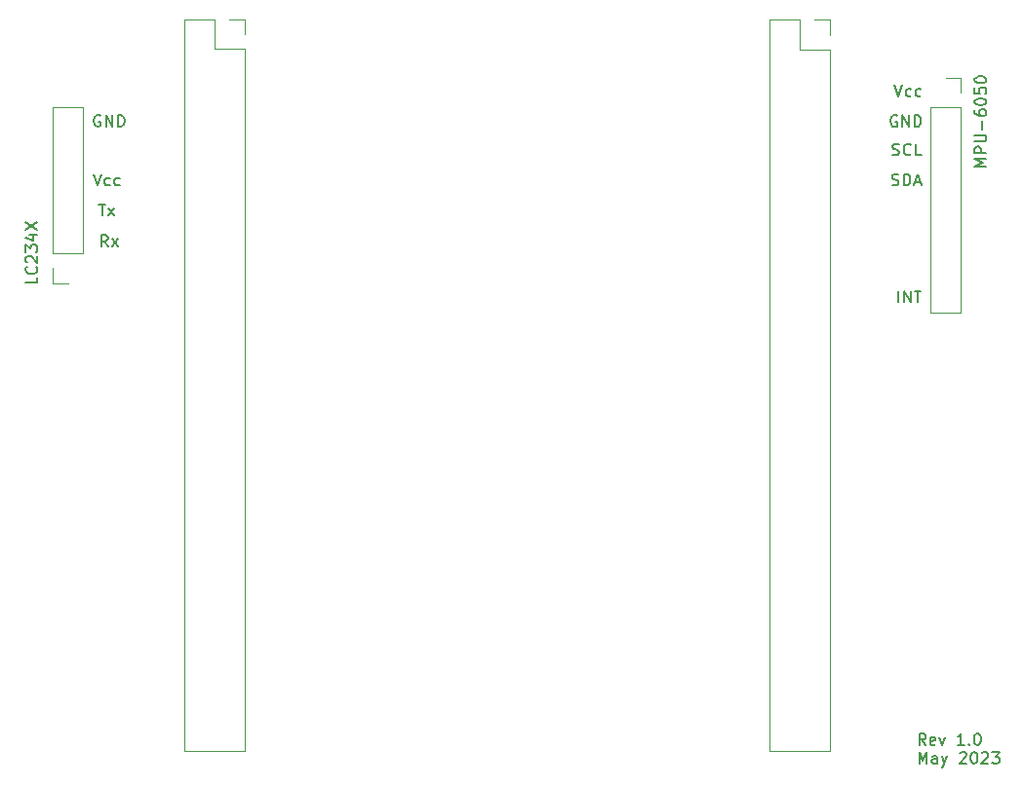
<source format=gbr>
%TF.GenerationSoftware,KiCad,Pcbnew,7.0.1-0*%
%TF.CreationDate,2023-05-31T07:57:39-06:00*%
%TF.ProjectId,PhaseD_Prototype,50686173-6544-45f5-9072-6f746f747970,rev?*%
%TF.SameCoordinates,Original*%
%TF.FileFunction,Legend,Top*%
%TF.FilePolarity,Positive*%
%FSLAX46Y46*%
G04 Gerber Fmt 4.6, Leading zero omitted, Abs format (unit mm)*
G04 Created by KiCad (PCBNEW 7.0.1-0) date 2023-05-31 07:57:39*
%MOMM*%
%LPD*%
G01*
G04 APERTURE LIST*
%ADD10C,0.150000*%
%ADD11C,0.120000*%
G04 APERTURE END LIST*
D10*
X78617618Y-82058723D02*
X78617618Y-82534913D01*
X78617618Y-82534913D02*
X77617618Y-82534913D01*
X78522379Y-81153961D02*
X78569999Y-81201580D01*
X78569999Y-81201580D02*
X78617618Y-81344437D01*
X78617618Y-81344437D02*
X78617618Y-81439675D01*
X78617618Y-81439675D02*
X78569999Y-81582532D01*
X78569999Y-81582532D02*
X78474760Y-81677770D01*
X78474760Y-81677770D02*
X78379522Y-81725389D01*
X78379522Y-81725389D02*
X78189046Y-81773008D01*
X78189046Y-81773008D02*
X78046189Y-81773008D01*
X78046189Y-81773008D02*
X77855713Y-81725389D01*
X77855713Y-81725389D02*
X77760475Y-81677770D01*
X77760475Y-81677770D02*
X77665237Y-81582532D01*
X77665237Y-81582532D02*
X77617618Y-81439675D01*
X77617618Y-81439675D02*
X77617618Y-81344437D01*
X77617618Y-81344437D02*
X77665237Y-81201580D01*
X77665237Y-81201580D02*
X77712856Y-81153961D01*
X77712856Y-80773008D02*
X77665237Y-80725389D01*
X77665237Y-80725389D02*
X77617618Y-80630151D01*
X77617618Y-80630151D02*
X77617618Y-80392056D01*
X77617618Y-80392056D02*
X77665237Y-80296818D01*
X77665237Y-80296818D02*
X77712856Y-80249199D01*
X77712856Y-80249199D02*
X77808094Y-80201580D01*
X77808094Y-80201580D02*
X77903332Y-80201580D01*
X77903332Y-80201580D02*
X78046189Y-80249199D01*
X78046189Y-80249199D02*
X78617618Y-80820627D01*
X78617618Y-80820627D02*
X78617618Y-80201580D01*
X77617618Y-79868246D02*
X77617618Y-79249199D01*
X77617618Y-79249199D02*
X77998570Y-79582532D01*
X77998570Y-79582532D02*
X77998570Y-79439675D01*
X77998570Y-79439675D02*
X78046189Y-79344437D01*
X78046189Y-79344437D02*
X78093808Y-79296818D01*
X78093808Y-79296818D02*
X78189046Y-79249199D01*
X78189046Y-79249199D02*
X78427141Y-79249199D01*
X78427141Y-79249199D02*
X78522379Y-79296818D01*
X78522379Y-79296818D02*
X78569999Y-79344437D01*
X78569999Y-79344437D02*
X78617618Y-79439675D01*
X78617618Y-79439675D02*
X78617618Y-79725389D01*
X78617618Y-79725389D02*
X78569999Y-79820627D01*
X78569999Y-79820627D02*
X78522379Y-79868246D01*
X77950951Y-78392056D02*
X78617618Y-78392056D01*
X77569999Y-78630151D02*
X78284284Y-78868246D01*
X78284284Y-78868246D02*
X78284284Y-78249199D01*
X77617618Y-77963484D02*
X78617618Y-77296818D01*
X77617618Y-77296818D02*
X78617618Y-77963484D01*
X160991486Y-72419075D02*
X159991486Y-72419075D01*
X159991486Y-72419075D02*
X160705771Y-72085742D01*
X160705771Y-72085742D02*
X159991486Y-71752409D01*
X159991486Y-71752409D02*
X160991486Y-71752409D01*
X160991486Y-71276218D02*
X159991486Y-71276218D01*
X159991486Y-71276218D02*
X159991486Y-70895266D01*
X159991486Y-70895266D02*
X160039105Y-70800028D01*
X160039105Y-70800028D02*
X160086724Y-70752409D01*
X160086724Y-70752409D02*
X160181962Y-70704790D01*
X160181962Y-70704790D02*
X160324819Y-70704790D01*
X160324819Y-70704790D02*
X160420057Y-70752409D01*
X160420057Y-70752409D02*
X160467676Y-70800028D01*
X160467676Y-70800028D02*
X160515295Y-70895266D01*
X160515295Y-70895266D02*
X160515295Y-71276218D01*
X159991486Y-70276218D02*
X160801009Y-70276218D01*
X160801009Y-70276218D02*
X160896247Y-70228599D01*
X160896247Y-70228599D02*
X160943867Y-70180980D01*
X160943867Y-70180980D02*
X160991486Y-70085742D01*
X160991486Y-70085742D02*
X160991486Y-69895266D01*
X160991486Y-69895266D02*
X160943867Y-69800028D01*
X160943867Y-69800028D02*
X160896247Y-69752409D01*
X160896247Y-69752409D02*
X160801009Y-69704790D01*
X160801009Y-69704790D02*
X159991486Y-69704790D01*
X160610533Y-69228599D02*
X160610533Y-68466695D01*
X159991486Y-67561933D02*
X159991486Y-67752409D01*
X159991486Y-67752409D02*
X160039105Y-67847647D01*
X160039105Y-67847647D02*
X160086724Y-67895266D01*
X160086724Y-67895266D02*
X160229581Y-67990504D01*
X160229581Y-67990504D02*
X160420057Y-68038123D01*
X160420057Y-68038123D02*
X160801009Y-68038123D01*
X160801009Y-68038123D02*
X160896247Y-67990504D01*
X160896247Y-67990504D02*
X160943867Y-67942885D01*
X160943867Y-67942885D02*
X160991486Y-67847647D01*
X160991486Y-67847647D02*
X160991486Y-67657171D01*
X160991486Y-67657171D02*
X160943867Y-67561933D01*
X160943867Y-67561933D02*
X160896247Y-67514314D01*
X160896247Y-67514314D02*
X160801009Y-67466695D01*
X160801009Y-67466695D02*
X160562914Y-67466695D01*
X160562914Y-67466695D02*
X160467676Y-67514314D01*
X160467676Y-67514314D02*
X160420057Y-67561933D01*
X160420057Y-67561933D02*
X160372438Y-67657171D01*
X160372438Y-67657171D02*
X160372438Y-67847647D01*
X160372438Y-67847647D02*
X160420057Y-67942885D01*
X160420057Y-67942885D02*
X160467676Y-67990504D01*
X160467676Y-67990504D02*
X160562914Y-68038123D01*
X159991486Y-66847647D02*
X159991486Y-66752409D01*
X159991486Y-66752409D02*
X160039105Y-66657171D01*
X160039105Y-66657171D02*
X160086724Y-66609552D01*
X160086724Y-66609552D02*
X160181962Y-66561933D01*
X160181962Y-66561933D02*
X160372438Y-66514314D01*
X160372438Y-66514314D02*
X160610533Y-66514314D01*
X160610533Y-66514314D02*
X160801009Y-66561933D01*
X160801009Y-66561933D02*
X160896247Y-66609552D01*
X160896247Y-66609552D02*
X160943867Y-66657171D01*
X160943867Y-66657171D02*
X160991486Y-66752409D01*
X160991486Y-66752409D02*
X160991486Y-66847647D01*
X160991486Y-66847647D02*
X160943867Y-66942885D01*
X160943867Y-66942885D02*
X160896247Y-66990504D01*
X160896247Y-66990504D02*
X160801009Y-67038123D01*
X160801009Y-67038123D02*
X160610533Y-67085742D01*
X160610533Y-67085742D02*
X160372438Y-67085742D01*
X160372438Y-67085742D02*
X160181962Y-67038123D01*
X160181962Y-67038123D02*
X160086724Y-66990504D01*
X160086724Y-66990504D02*
X160039105Y-66942885D01*
X160039105Y-66942885D02*
X159991486Y-66847647D01*
X159991486Y-65609552D02*
X159991486Y-66085742D01*
X159991486Y-66085742D02*
X160467676Y-66133361D01*
X160467676Y-66133361D02*
X160420057Y-66085742D01*
X160420057Y-66085742D02*
X160372438Y-65990504D01*
X160372438Y-65990504D02*
X160372438Y-65752409D01*
X160372438Y-65752409D02*
X160420057Y-65657171D01*
X160420057Y-65657171D02*
X160467676Y-65609552D01*
X160467676Y-65609552D02*
X160562914Y-65561933D01*
X160562914Y-65561933D02*
X160801009Y-65561933D01*
X160801009Y-65561933D02*
X160896247Y-65609552D01*
X160896247Y-65609552D02*
X160943867Y-65657171D01*
X160943867Y-65657171D02*
X160991486Y-65752409D01*
X160991486Y-65752409D02*
X160991486Y-65990504D01*
X160991486Y-65990504D02*
X160943867Y-66085742D01*
X160943867Y-66085742D02*
X160896247Y-66133361D01*
X159991486Y-64942885D02*
X159991486Y-64847647D01*
X159991486Y-64847647D02*
X160039105Y-64752409D01*
X160039105Y-64752409D02*
X160086724Y-64704790D01*
X160086724Y-64704790D02*
X160181962Y-64657171D01*
X160181962Y-64657171D02*
X160372438Y-64609552D01*
X160372438Y-64609552D02*
X160610533Y-64609552D01*
X160610533Y-64609552D02*
X160801009Y-64657171D01*
X160801009Y-64657171D02*
X160896247Y-64704790D01*
X160896247Y-64704790D02*
X160943867Y-64752409D01*
X160943867Y-64752409D02*
X160991486Y-64847647D01*
X160991486Y-64847647D02*
X160991486Y-64942885D01*
X160991486Y-64942885D02*
X160943867Y-65038123D01*
X160943867Y-65038123D02*
X160896247Y-65085742D01*
X160896247Y-65085742D02*
X160801009Y-65133361D01*
X160801009Y-65133361D02*
X160610533Y-65180980D01*
X160610533Y-65180980D02*
X160372438Y-65180980D01*
X160372438Y-65180980D02*
X160181962Y-65133361D01*
X160181962Y-65133361D02*
X160086724Y-65085742D01*
X160086724Y-65085742D02*
X160039105Y-65038123D01*
X160039105Y-65038123D02*
X159991486Y-64942885D01*
X155749523Y-122717619D02*
X155416190Y-122241428D01*
X155178095Y-122717619D02*
X155178095Y-121717619D01*
X155178095Y-121717619D02*
X155559047Y-121717619D01*
X155559047Y-121717619D02*
X155654285Y-121765238D01*
X155654285Y-121765238D02*
X155701904Y-121812857D01*
X155701904Y-121812857D02*
X155749523Y-121908095D01*
X155749523Y-121908095D02*
X155749523Y-122050952D01*
X155749523Y-122050952D02*
X155701904Y-122146190D01*
X155701904Y-122146190D02*
X155654285Y-122193809D01*
X155654285Y-122193809D02*
X155559047Y-122241428D01*
X155559047Y-122241428D02*
X155178095Y-122241428D01*
X156559047Y-122670000D02*
X156463809Y-122717619D01*
X156463809Y-122717619D02*
X156273333Y-122717619D01*
X156273333Y-122717619D02*
X156178095Y-122670000D01*
X156178095Y-122670000D02*
X156130476Y-122574761D01*
X156130476Y-122574761D02*
X156130476Y-122193809D01*
X156130476Y-122193809D02*
X156178095Y-122098571D01*
X156178095Y-122098571D02*
X156273333Y-122050952D01*
X156273333Y-122050952D02*
X156463809Y-122050952D01*
X156463809Y-122050952D02*
X156559047Y-122098571D01*
X156559047Y-122098571D02*
X156606666Y-122193809D01*
X156606666Y-122193809D02*
X156606666Y-122289047D01*
X156606666Y-122289047D02*
X156130476Y-122384285D01*
X156940000Y-122050952D02*
X157178095Y-122717619D01*
X157178095Y-122717619D02*
X157416190Y-122050952D01*
X159082857Y-122717619D02*
X158511429Y-122717619D01*
X158797143Y-122717619D02*
X158797143Y-121717619D01*
X158797143Y-121717619D02*
X158701905Y-121860476D01*
X158701905Y-121860476D02*
X158606667Y-121955714D01*
X158606667Y-121955714D02*
X158511429Y-122003333D01*
X159511429Y-122622380D02*
X159559048Y-122670000D01*
X159559048Y-122670000D02*
X159511429Y-122717619D01*
X159511429Y-122717619D02*
X159463810Y-122670000D01*
X159463810Y-122670000D02*
X159511429Y-122622380D01*
X159511429Y-122622380D02*
X159511429Y-122717619D01*
X160178095Y-121717619D02*
X160273333Y-121717619D01*
X160273333Y-121717619D02*
X160368571Y-121765238D01*
X160368571Y-121765238D02*
X160416190Y-121812857D01*
X160416190Y-121812857D02*
X160463809Y-121908095D01*
X160463809Y-121908095D02*
X160511428Y-122098571D01*
X160511428Y-122098571D02*
X160511428Y-122336666D01*
X160511428Y-122336666D02*
X160463809Y-122527142D01*
X160463809Y-122527142D02*
X160416190Y-122622380D01*
X160416190Y-122622380D02*
X160368571Y-122670000D01*
X160368571Y-122670000D02*
X160273333Y-122717619D01*
X160273333Y-122717619D02*
X160178095Y-122717619D01*
X160178095Y-122717619D02*
X160082857Y-122670000D01*
X160082857Y-122670000D02*
X160035238Y-122622380D01*
X160035238Y-122622380D02*
X159987619Y-122527142D01*
X159987619Y-122527142D02*
X159940000Y-122336666D01*
X159940000Y-122336666D02*
X159940000Y-122098571D01*
X159940000Y-122098571D02*
X159987619Y-121908095D01*
X159987619Y-121908095D02*
X160035238Y-121812857D01*
X160035238Y-121812857D02*
X160082857Y-121765238D01*
X160082857Y-121765238D02*
X160178095Y-121717619D01*
X155178095Y-124337619D02*
X155178095Y-123337619D01*
X155178095Y-123337619D02*
X155511428Y-124051904D01*
X155511428Y-124051904D02*
X155844761Y-123337619D01*
X155844761Y-123337619D02*
X155844761Y-124337619D01*
X156749523Y-124337619D02*
X156749523Y-123813809D01*
X156749523Y-123813809D02*
X156701904Y-123718571D01*
X156701904Y-123718571D02*
X156606666Y-123670952D01*
X156606666Y-123670952D02*
X156416190Y-123670952D01*
X156416190Y-123670952D02*
X156320952Y-123718571D01*
X156749523Y-124290000D02*
X156654285Y-124337619D01*
X156654285Y-124337619D02*
X156416190Y-124337619D01*
X156416190Y-124337619D02*
X156320952Y-124290000D01*
X156320952Y-124290000D02*
X156273333Y-124194761D01*
X156273333Y-124194761D02*
X156273333Y-124099523D01*
X156273333Y-124099523D02*
X156320952Y-124004285D01*
X156320952Y-124004285D02*
X156416190Y-123956666D01*
X156416190Y-123956666D02*
X156654285Y-123956666D01*
X156654285Y-123956666D02*
X156749523Y-123909047D01*
X157130476Y-123670952D02*
X157368571Y-124337619D01*
X157606666Y-123670952D02*
X157368571Y-124337619D01*
X157368571Y-124337619D02*
X157273333Y-124575714D01*
X157273333Y-124575714D02*
X157225714Y-124623333D01*
X157225714Y-124623333D02*
X157130476Y-124670952D01*
X158701905Y-123432857D02*
X158749524Y-123385238D01*
X158749524Y-123385238D02*
X158844762Y-123337619D01*
X158844762Y-123337619D02*
X159082857Y-123337619D01*
X159082857Y-123337619D02*
X159178095Y-123385238D01*
X159178095Y-123385238D02*
X159225714Y-123432857D01*
X159225714Y-123432857D02*
X159273333Y-123528095D01*
X159273333Y-123528095D02*
X159273333Y-123623333D01*
X159273333Y-123623333D02*
X159225714Y-123766190D01*
X159225714Y-123766190D02*
X158654286Y-124337619D01*
X158654286Y-124337619D02*
X159273333Y-124337619D01*
X159892381Y-123337619D02*
X159987619Y-123337619D01*
X159987619Y-123337619D02*
X160082857Y-123385238D01*
X160082857Y-123385238D02*
X160130476Y-123432857D01*
X160130476Y-123432857D02*
X160178095Y-123528095D01*
X160178095Y-123528095D02*
X160225714Y-123718571D01*
X160225714Y-123718571D02*
X160225714Y-123956666D01*
X160225714Y-123956666D02*
X160178095Y-124147142D01*
X160178095Y-124147142D02*
X160130476Y-124242380D01*
X160130476Y-124242380D02*
X160082857Y-124290000D01*
X160082857Y-124290000D02*
X159987619Y-124337619D01*
X159987619Y-124337619D02*
X159892381Y-124337619D01*
X159892381Y-124337619D02*
X159797143Y-124290000D01*
X159797143Y-124290000D02*
X159749524Y-124242380D01*
X159749524Y-124242380D02*
X159701905Y-124147142D01*
X159701905Y-124147142D02*
X159654286Y-123956666D01*
X159654286Y-123956666D02*
X159654286Y-123718571D01*
X159654286Y-123718571D02*
X159701905Y-123528095D01*
X159701905Y-123528095D02*
X159749524Y-123432857D01*
X159749524Y-123432857D02*
X159797143Y-123385238D01*
X159797143Y-123385238D02*
X159892381Y-123337619D01*
X160606667Y-123432857D02*
X160654286Y-123385238D01*
X160654286Y-123385238D02*
X160749524Y-123337619D01*
X160749524Y-123337619D02*
X160987619Y-123337619D01*
X160987619Y-123337619D02*
X161082857Y-123385238D01*
X161082857Y-123385238D02*
X161130476Y-123432857D01*
X161130476Y-123432857D02*
X161178095Y-123528095D01*
X161178095Y-123528095D02*
X161178095Y-123623333D01*
X161178095Y-123623333D02*
X161130476Y-123766190D01*
X161130476Y-123766190D02*
X160559048Y-124337619D01*
X160559048Y-124337619D02*
X161178095Y-124337619D01*
X161511429Y-123337619D02*
X162130476Y-123337619D01*
X162130476Y-123337619D02*
X161797143Y-123718571D01*
X161797143Y-123718571D02*
X161940000Y-123718571D01*
X161940000Y-123718571D02*
X162035238Y-123766190D01*
X162035238Y-123766190D02*
X162082857Y-123813809D01*
X162082857Y-123813809D02*
X162130476Y-123909047D01*
X162130476Y-123909047D02*
X162130476Y-124147142D01*
X162130476Y-124147142D02*
X162082857Y-124242380D01*
X162082857Y-124242380D02*
X162035238Y-124290000D01*
X162035238Y-124290000D02*
X161940000Y-124337619D01*
X161940000Y-124337619D02*
X161654286Y-124337619D01*
X161654286Y-124337619D02*
X161559048Y-124290000D01*
X161559048Y-124290000D02*
X161511429Y-124242380D01*
X84741855Y-79402524D02*
X84408522Y-78926333D01*
X84170427Y-79402524D02*
X84170427Y-78402524D01*
X84170427Y-78402524D02*
X84551379Y-78402524D01*
X84551379Y-78402524D02*
X84646617Y-78450143D01*
X84646617Y-78450143D02*
X84694236Y-78497762D01*
X84694236Y-78497762D02*
X84741855Y-78593000D01*
X84741855Y-78593000D02*
X84741855Y-78735857D01*
X84741855Y-78735857D02*
X84694236Y-78831095D01*
X84694236Y-78831095D02*
X84646617Y-78878714D01*
X84646617Y-78878714D02*
X84551379Y-78926333D01*
X84551379Y-78926333D02*
X84170427Y-78926333D01*
X85075189Y-79402524D02*
X85598998Y-78735857D01*
X85075189Y-78735857D02*
X85598998Y-79402524D01*
X84089943Y-68010589D02*
X83994705Y-67962970D01*
X83994705Y-67962970D02*
X83851848Y-67962970D01*
X83851848Y-67962970D02*
X83708991Y-68010589D01*
X83708991Y-68010589D02*
X83613753Y-68105827D01*
X83613753Y-68105827D02*
X83566134Y-68201065D01*
X83566134Y-68201065D02*
X83518515Y-68391541D01*
X83518515Y-68391541D02*
X83518515Y-68534398D01*
X83518515Y-68534398D02*
X83566134Y-68724874D01*
X83566134Y-68724874D02*
X83613753Y-68820112D01*
X83613753Y-68820112D02*
X83708991Y-68915351D01*
X83708991Y-68915351D02*
X83851848Y-68962970D01*
X83851848Y-68962970D02*
X83947086Y-68962970D01*
X83947086Y-68962970D02*
X84089943Y-68915351D01*
X84089943Y-68915351D02*
X84137562Y-68867731D01*
X84137562Y-68867731D02*
X84137562Y-68534398D01*
X84137562Y-68534398D02*
X83947086Y-68534398D01*
X84566134Y-68962970D02*
X84566134Y-67962970D01*
X84566134Y-67962970D02*
X85137562Y-68962970D01*
X85137562Y-68962970D02*
X85137562Y-67962970D01*
X85613753Y-68962970D02*
X85613753Y-67962970D01*
X85613753Y-67962970D02*
X85851848Y-67962970D01*
X85851848Y-67962970D02*
X85994705Y-68010589D01*
X85994705Y-68010589D02*
X86089943Y-68105827D01*
X86089943Y-68105827D02*
X86137562Y-68201065D01*
X86137562Y-68201065D02*
X86185181Y-68391541D01*
X86185181Y-68391541D02*
X86185181Y-68534398D01*
X86185181Y-68534398D02*
X86137562Y-68724874D01*
X86137562Y-68724874D02*
X86089943Y-68820112D01*
X86089943Y-68820112D02*
X85994705Y-68915351D01*
X85994705Y-68915351D02*
X85851848Y-68962970D01*
X85851848Y-68962970D02*
X85613753Y-68962970D01*
X83483572Y-73093770D02*
X83816905Y-74093770D01*
X83816905Y-74093770D02*
X84150238Y-73093770D01*
X84912143Y-74046151D02*
X84816905Y-74093770D01*
X84816905Y-74093770D02*
X84626429Y-74093770D01*
X84626429Y-74093770D02*
X84531191Y-74046151D01*
X84531191Y-74046151D02*
X84483572Y-73998531D01*
X84483572Y-73998531D02*
X84435953Y-73903293D01*
X84435953Y-73903293D02*
X84435953Y-73617579D01*
X84435953Y-73617579D02*
X84483572Y-73522341D01*
X84483572Y-73522341D02*
X84531191Y-73474722D01*
X84531191Y-73474722D02*
X84626429Y-73427103D01*
X84626429Y-73427103D02*
X84816905Y-73427103D01*
X84816905Y-73427103D02*
X84912143Y-73474722D01*
X85769286Y-74046151D02*
X85674048Y-74093770D01*
X85674048Y-74093770D02*
X85483572Y-74093770D01*
X85483572Y-74093770D02*
X85388334Y-74046151D01*
X85388334Y-74046151D02*
X85340715Y-73998531D01*
X85340715Y-73998531D02*
X85293096Y-73903293D01*
X85293096Y-73903293D02*
X85293096Y-73617579D01*
X85293096Y-73617579D02*
X85340715Y-73522341D01*
X85340715Y-73522341D02*
X85388334Y-73474722D01*
X85388334Y-73474722D02*
X85483572Y-73427103D01*
X85483572Y-73427103D02*
X85674048Y-73427103D01*
X85674048Y-73427103D02*
X85769286Y-73474722D01*
X83958172Y-75709970D02*
X84529600Y-75709970D01*
X84243886Y-76709970D02*
X84243886Y-75709970D01*
X84767696Y-76709970D02*
X85291505Y-76043303D01*
X84767696Y-76043303D02*
X85291505Y-76709970D01*
X153384838Y-84245219D02*
X153384838Y-83245219D01*
X153861028Y-84245219D02*
X153861028Y-83245219D01*
X153861028Y-83245219D02*
X154432456Y-84245219D01*
X154432456Y-84245219D02*
X154432456Y-83245219D01*
X154765790Y-83245219D02*
X155337218Y-83245219D01*
X155051504Y-84245219D02*
X155051504Y-83245219D01*
X153048324Y-65338219D02*
X153381657Y-66338219D01*
X153381657Y-66338219D02*
X153714990Y-65338219D01*
X154476895Y-66290600D02*
X154381657Y-66338219D01*
X154381657Y-66338219D02*
X154191181Y-66338219D01*
X154191181Y-66338219D02*
X154095943Y-66290600D01*
X154095943Y-66290600D02*
X154048324Y-66242980D01*
X154048324Y-66242980D02*
X154000705Y-66147742D01*
X154000705Y-66147742D02*
X154000705Y-65862028D01*
X154000705Y-65862028D02*
X154048324Y-65766790D01*
X154048324Y-65766790D02*
X154095943Y-65719171D01*
X154095943Y-65719171D02*
X154191181Y-65671552D01*
X154191181Y-65671552D02*
X154381657Y-65671552D01*
X154381657Y-65671552D02*
X154476895Y-65719171D01*
X155334038Y-66290600D02*
X155238800Y-66338219D01*
X155238800Y-66338219D02*
X155048324Y-66338219D01*
X155048324Y-66338219D02*
X154953086Y-66290600D01*
X154953086Y-66290600D02*
X154905467Y-66242980D01*
X154905467Y-66242980D02*
X154857848Y-66147742D01*
X154857848Y-66147742D02*
X154857848Y-65862028D01*
X154857848Y-65862028D02*
X154905467Y-65766790D01*
X154905467Y-65766790D02*
X154953086Y-65719171D01*
X154953086Y-65719171D02*
X155048324Y-65671552D01*
X155048324Y-65671552D02*
X155238800Y-65671552D01*
X155238800Y-65671552D02*
X155334038Y-65719171D01*
X152870524Y-71421400D02*
X153013381Y-71469019D01*
X153013381Y-71469019D02*
X153251476Y-71469019D01*
X153251476Y-71469019D02*
X153346714Y-71421400D01*
X153346714Y-71421400D02*
X153394333Y-71373780D01*
X153394333Y-71373780D02*
X153441952Y-71278542D01*
X153441952Y-71278542D02*
X153441952Y-71183304D01*
X153441952Y-71183304D02*
X153394333Y-71088066D01*
X153394333Y-71088066D02*
X153346714Y-71040447D01*
X153346714Y-71040447D02*
X153251476Y-70992828D01*
X153251476Y-70992828D02*
X153061000Y-70945209D01*
X153061000Y-70945209D02*
X152965762Y-70897590D01*
X152965762Y-70897590D02*
X152918143Y-70849971D01*
X152918143Y-70849971D02*
X152870524Y-70754733D01*
X152870524Y-70754733D02*
X152870524Y-70659495D01*
X152870524Y-70659495D02*
X152918143Y-70564257D01*
X152918143Y-70564257D02*
X152965762Y-70516638D01*
X152965762Y-70516638D02*
X153061000Y-70469019D01*
X153061000Y-70469019D02*
X153299095Y-70469019D01*
X153299095Y-70469019D02*
X153441952Y-70516638D01*
X154441952Y-71373780D02*
X154394333Y-71421400D01*
X154394333Y-71421400D02*
X154251476Y-71469019D01*
X154251476Y-71469019D02*
X154156238Y-71469019D01*
X154156238Y-71469019D02*
X154013381Y-71421400D01*
X154013381Y-71421400D02*
X153918143Y-71326161D01*
X153918143Y-71326161D02*
X153870524Y-71230923D01*
X153870524Y-71230923D02*
X153822905Y-71040447D01*
X153822905Y-71040447D02*
X153822905Y-70897590D01*
X153822905Y-70897590D02*
X153870524Y-70707114D01*
X153870524Y-70707114D02*
X153918143Y-70611876D01*
X153918143Y-70611876D02*
X154013381Y-70516638D01*
X154013381Y-70516638D02*
X154156238Y-70469019D01*
X154156238Y-70469019D02*
X154251476Y-70469019D01*
X154251476Y-70469019D02*
X154394333Y-70516638D01*
X154394333Y-70516638D02*
X154441952Y-70564257D01*
X155346714Y-71469019D02*
X154870524Y-71469019D01*
X154870524Y-71469019D02*
X154870524Y-70469019D01*
X153248295Y-68027438D02*
X153153057Y-67979819D01*
X153153057Y-67979819D02*
X153010200Y-67979819D01*
X153010200Y-67979819D02*
X152867343Y-68027438D01*
X152867343Y-68027438D02*
X152772105Y-68122676D01*
X152772105Y-68122676D02*
X152724486Y-68217914D01*
X152724486Y-68217914D02*
X152676867Y-68408390D01*
X152676867Y-68408390D02*
X152676867Y-68551247D01*
X152676867Y-68551247D02*
X152724486Y-68741723D01*
X152724486Y-68741723D02*
X152772105Y-68836961D01*
X152772105Y-68836961D02*
X152867343Y-68932200D01*
X152867343Y-68932200D02*
X153010200Y-68979819D01*
X153010200Y-68979819D02*
X153105438Y-68979819D01*
X153105438Y-68979819D02*
X153248295Y-68932200D01*
X153248295Y-68932200D02*
X153295914Y-68884580D01*
X153295914Y-68884580D02*
X153295914Y-68551247D01*
X153295914Y-68551247D02*
X153105438Y-68551247D01*
X153724486Y-68979819D02*
X153724486Y-67979819D01*
X153724486Y-67979819D02*
X154295914Y-68979819D01*
X154295914Y-68979819D02*
X154295914Y-67979819D01*
X154772105Y-68979819D02*
X154772105Y-67979819D01*
X154772105Y-67979819D02*
X155010200Y-67979819D01*
X155010200Y-67979819D02*
X155153057Y-68027438D01*
X155153057Y-68027438D02*
X155248295Y-68122676D01*
X155248295Y-68122676D02*
X155295914Y-68217914D01*
X155295914Y-68217914D02*
X155343533Y-68408390D01*
X155343533Y-68408390D02*
X155343533Y-68551247D01*
X155343533Y-68551247D02*
X155295914Y-68741723D01*
X155295914Y-68741723D02*
X155248295Y-68836961D01*
X155248295Y-68836961D02*
X155153057Y-68932200D01*
X155153057Y-68932200D02*
X155010200Y-68979819D01*
X155010200Y-68979819D02*
X154772105Y-68979819D01*
X152821314Y-74037600D02*
X152964171Y-74085219D01*
X152964171Y-74085219D02*
X153202266Y-74085219D01*
X153202266Y-74085219D02*
X153297504Y-74037600D01*
X153297504Y-74037600D02*
X153345123Y-73989980D01*
X153345123Y-73989980D02*
X153392742Y-73894742D01*
X153392742Y-73894742D02*
X153392742Y-73799504D01*
X153392742Y-73799504D02*
X153345123Y-73704266D01*
X153345123Y-73704266D02*
X153297504Y-73656647D01*
X153297504Y-73656647D02*
X153202266Y-73609028D01*
X153202266Y-73609028D02*
X153011790Y-73561409D01*
X153011790Y-73561409D02*
X152916552Y-73513790D01*
X152916552Y-73513790D02*
X152868933Y-73466171D01*
X152868933Y-73466171D02*
X152821314Y-73370933D01*
X152821314Y-73370933D02*
X152821314Y-73275695D01*
X152821314Y-73275695D02*
X152868933Y-73180457D01*
X152868933Y-73180457D02*
X152916552Y-73132838D01*
X152916552Y-73132838D02*
X153011790Y-73085219D01*
X153011790Y-73085219D02*
X153249885Y-73085219D01*
X153249885Y-73085219D02*
X153392742Y-73132838D01*
X153821314Y-74085219D02*
X153821314Y-73085219D01*
X153821314Y-73085219D02*
X154059409Y-73085219D01*
X154059409Y-73085219D02*
X154202266Y-73132838D01*
X154202266Y-73132838D02*
X154297504Y-73228076D01*
X154297504Y-73228076D02*
X154345123Y-73323314D01*
X154345123Y-73323314D02*
X154392742Y-73513790D01*
X154392742Y-73513790D02*
X154392742Y-73656647D01*
X154392742Y-73656647D02*
X154345123Y-73847123D01*
X154345123Y-73847123D02*
X154297504Y-73942361D01*
X154297504Y-73942361D02*
X154202266Y-74037600D01*
X154202266Y-74037600D02*
X154059409Y-74085219D01*
X154059409Y-74085219D02*
X153821314Y-74085219D01*
X154773695Y-73799504D02*
X155249885Y-73799504D01*
X154678457Y-74085219D02*
X155011790Y-73085219D01*
X155011790Y-73085219D02*
X155345123Y-74085219D01*
D11*
%TO.C,J3*%
X158810000Y-64710000D02*
X158810000Y-66040000D01*
X156150000Y-67310000D02*
X158810000Y-67310000D01*
X158810000Y-67310000D02*
X158810000Y-85150000D01*
X156150000Y-85150000D02*
X158810000Y-85150000D01*
X156150000Y-67310000D02*
X156150000Y-85150000D01*
X157480000Y-64710000D02*
X158810000Y-64710000D01*
%TO.C,J4*%
X82610000Y-80010000D02*
X82610000Y-67250000D01*
X82610000Y-80010000D02*
X79950000Y-80010000D01*
X82610000Y-67250000D02*
X79950000Y-67250000D01*
X81280000Y-82610000D02*
X79950000Y-82610000D01*
X79950000Y-82610000D02*
X79950000Y-81280000D01*
X79950000Y-80010000D02*
X79950000Y-67250000D01*
%TO.C,J2*%
X142200000Y-59660000D02*
X142200000Y-123280000D01*
X142200000Y-59660000D02*
X144800000Y-59660000D01*
X142200000Y-123280000D02*
X147400000Y-123280000D01*
X144800000Y-59660000D02*
X144800000Y-62260000D01*
X144800000Y-62260000D02*
X147400000Y-62260000D01*
X146070000Y-59660000D02*
X147400000Y-59660000D01*
X147400000Y-59660000D02*
X147400000Y-60990000D01*
X147400000Y-62260000D02*
X147400000Y-123280000D01*
%TO.C,J1*%
X91410000Y-59640000D02*
X91410000Y-123260000D01*
X91410000Y-59640000D02*
X94010000Y-59640000D01*
X91410000Y-123260000D02*
X96610000Y-123260000D01*
X94010000Y-59640000D02*
X94010000Y-62240000D01*
X94010000Y-62240000D02*
X96610000Y-62240000D01*
X95280000Y-59640000D02*
X96610000Y-59640000D01*
X96610000Y-59640000D02*
X96610000Y-60970000D01*
X96610000Y-62240000D02*
X96610000Y-123260000D01*
%TD*%
M02*

</source>
